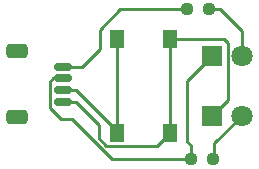
<source format=gbr>
%TF.GenerationSoftware,KiCad,Pcbnew,8.0.5*%
%TF.CreationDate,2025-01-14T10:13:25+01:00*%
%TF.ProjectId,SinglePoint,53696e67-6c65-4506-9f69-6e742e6b6963,rev?*%
%TF.SameCoordinates,Original*%
%TF.FileFunction,Copper,L1,Top*%
%TF.FilePolarity,Positive*%
%FSLAX46Y46*%
G04 Gerber Fmt 4.6, Leading zero omitted, Abs format (unit mm)*
G04 Created by KiCad (PCBNEW 8.0.5) date 2025-01-14 10:13:25*
%MOMM*%
%LPD*%
G01*
G04 APERTURE LIST*
G04 Aperture macros list*
%AMRoundRect*
0 Rectangle with rounded corners*
0 $1 Rounding radius*
0 $2 $3 $4 $5 $6 $7 $8 $9 X,Y pos of 4 corners*
0 Add a 4 corners polygon primitive as box body*
4,1,4,$2,$3,$4,$5,$6,$7,$8,$9,$2,$3,0*
0 Add four circle primitives for the rounded corners*
1,1,$1+$1,$2,$3*
1,1,$1+$1,$4,$5*
1,1,$1+$1,$6,$7*
1,1,$1+$1,$8,$9*
0 Add four rect primitives between the rounded corners*
20,1,$1+$1,$2,$3,$4,$5,0*
20,1,$1+$1,$4,$5,$6,$7,0*
20,1,$1+$1,$6,$7,$8,$9,0*
20,1,$1+$1,$8,$9,$2,$3,0*%
G04 Aperture macros list end*
%TA.AperFunction,SMDPad,CuDef*%
%ADD10R,1.300000X1.550000*%
%TD*%
%TA.AperFunction,SMDPad,CuDef*%
%ADD11RoundRect,0.150000X-0.625000X0.150000X-0.625000X-0.150000X0.625000X-0.150000X0.625000X0.150000X0*%
%TD*%
%TA.AperFunction,SMDPad,CuDef*%
%ADD12RoundRect,0.250000X-0.650000X0.350000X-0.650000X-0.350000X0.650000X-0.350000X0.650000X0.350000X0*%
%TD*%
%TA.AperFunction,SMDPad,CuDef*%
%ADD13RoundRect,0.237500X0.250000X0.237500X-0.250000X0.237500X-0.250000X-0.237500X0.250000X-0.237500X0*%
%TD*%
%TA.AperFunction,ComponentPad*%
%ADD14R,1.800000X1.800000*%
%TD*%
%TA.AperFunction,ComponentPad*%
%ADD15C,1.800000*%
%TD*%
%TA.AperFunction,Conductor*%
%ADD16C,0.250000*%
%TD*%
G04 APERTURE END LIST*
D10*
%TO.P,SW1,1,A*%
%TO.N,GND*%
X39750000Y-57223000D03*
X39750000Y-65173000D03*
%TO.P,SW1,2,B*%
%TO.N,Net-(J1-Pin_3)*%
X35250000Y-57223000D03*
X35250000Y-65173000D03*
%TD*%
D11*
%TO.P,J1,1,Pin_1*%
%TO.N,+5V*%
X30647000Y-59571000D03*
%TO.P,J1,2,Pin_2*%
%TO.N,Net-(D1-K)*%
X30647000Y-60571000D03*
%TO.P,J1,3,Pin_3*%
%TO.N,Net-(J1-Pin_3)*%
X30647000Y-61571000D03*
%TO.P,J1,4,Pin_4*%
%TO.N,GND*%
X30647000Y-62571000D03*
D12*
%TO.P,J1,MP*%
%TO.N,N/C*%
X26772000Y-58271000D03*
X26772000Y-63871000D03*
%TD*%
D13*
%TO.P,R2,1*%
%TO.N,Net-(D2-A)*%
X43379000Y-67421000D03*
%TO.P,R2,2*%
%TO.N,Net-(D1-K)*%
X41554000Y-67421000D03*
%TD*%
D14*
%TO.P,D1,1,K*%
%TO.N,Net-(D1-K)*%
X43331249Y-58668235D03*
D15*
%TO.P,D1,2,A*%
%TO.N,Net-(D1-A)*%
X45871249Y-58668235D03*
%TD*%
D13*
%TO.P,R1,1*%
%TO.N,Net-(D1-A)*%
X43021500Y-54721000D03*
%TO.P,R1,2*%
%TO.N,+5V*%
X41196500Y-54721000D03*
%TD*%
D14*
%TO.P,D2,1,K*%
%TO.N,GND*%
X43309874Y-63734132D03*
D15*
%TO.P,D2,2,A*%
%TO.N,Net-(D2-A)*%
X45849874Y-63734132D03*
%TD*%
D16*
%TO.N,Net-(D1-K)*%
X41554000Y-66269000D02*
X41182000Y-65897000D01*
X30500000Y-64000000D02*
X29547000Y-63047000D01*
X29547000Y-63047000D02*
X29547000Y-60896001D01*
X34860604Y-67421000D02*
X31439604Y-64000000D01*
X31439604Y-64000000D02*
X30500000Y-64000000D01*
X41182000Y-60817484D02*
X43331249Y-58668235D01*
X29547000Y-60896001D02*
X29872001Y-60571000D01*
X41554000Y-67421000D02*
X34860604Y-67421000D01*
X41182000Y-65897000D02*
X41182000Y-60817484D01*
X29872001Y-60571000D02*
X30647000Y-60571000D01*
X41554000Y-67421000D02*
X41554000Y-66269000D01*
%TO.N,Net-(D1-A)*%
X44014000Y-54721000D02*
X45871249Y-56578249D01*
X45871249Y-56578249D02*
X45871249Y-58668235D01*
X43021500Y-54721000D02*
X44014000Y-54721000D01*
%TO.N,GND*%
X30647000Y-62571000D02*
X31798000Y-62571000D01*
X33723000Y-65647000D02*
X34349000Y-66273000D01*
X44646249Y-62397757D02*
X44646249Y-57533235D01*
X31798000Y-62571000D02*
X33723000Y-64496000D01*
X33723000Y-64496000D02*
X33723000Y-65647000D01*
X34349000Y-66273000D02*
X38650000Y-66273000D01*
X39750000Y-57223000D02*
X39750000Y-65173000D01*
X44646249Y-57533235D02*
X44336014Y-57223000D01*
X43309874Y-63734132D02*
X44646249Y-62397757D01*
X38650000Y-66273000D02*
X39750000Y-65173000D01*
X44336014Y-57223000D02*
X39750000Y-57223000D01*
%TO.N,Net-(D2-A)*%
X43379000Y-67421000D02*
X43506000Y-67294000D01*
X43506000Y-66078006D02*
X45849874Y-63734132D01*
X43506000Y-67294000D02*
X43506000Y-66078006D01*
%TO.N,+5V*%
X35497000Y-54721000D02*
X41196500Y-54721000D01*
X30647000Y-59571000D02*
X32306000Y-59571000D01*
X32306000Y-59571000D02*
X33786500Y-58090500D01*
X33786500Y-58090500D02*
X33786500Y-56431500D01*
X33786500Y-56431500D02*
X35497000Y-54721000D01*
%TO.N,Net-(J1-Pin_3)*%
X35250000Y-65173000D02*
X35250000Y-57223000D01*
X35250000Y-65173000D02*
X35250000Y-65048000D01*
X35250000Y-65048000D02*
X31773000Y-61571000D01*
X31773000Y-61571000D02*
X30647000Y-61571000D01*
%TD*%
M02*

</source>
